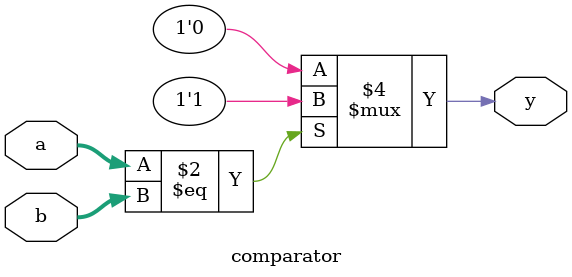
<source format=v>
module comparator(a,b,y);
  input [2:0] a,b;
  output reg y;
  always@ (a,b)
  begin
    if(a==b)
      begin
        y = 1;
        $display("PASS");
      end
    else
      begin
              y = 0;
              $display("FAIL");
            end
          end
          endmodule
        

</source>
